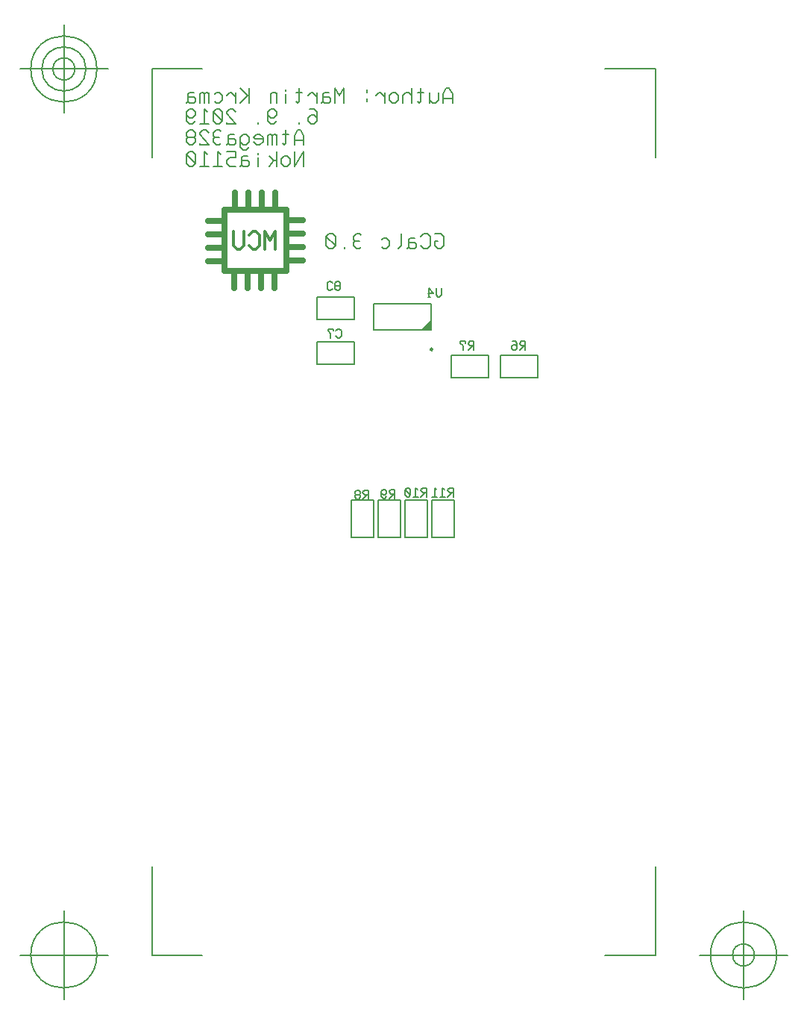
<source format=gbr>
G04 Generated by Ultiboard 14.0 *
%FSLAX34Y34*%
%MOMM*%

%ADD10C,0.0001*%
%ADD11C,0.6500*%
%ADD12C,0.3111*%
%ADD13C,0.2032*%
%ADD14C,0.1778*%
%ADD15C,0.2000*%
%ADD16C,0.2500*%
%ADD17C,0.1270*%


G04 ColorRGB FF14FF for the following layer *
%LNSilkscreen Bottom*%
%LPD*%
G54D10*
G54D11*
X103764Y771559D02*
X103764Y753779D01*
X88524Y771559D02*
X88524Y753779D01*
X119004Y771559D02*
X119004Y753779D01*
X134244Y771559D02*
X134244Y753779D01*
X76200Y784860D02*
X58420Y784860D01*
X77320Y843280D02*
X147320Y843280D01*
X147320Y773280D01*
X77320Y773280D01*
X77320Y843280D01*
X165992Y785059D02*
X148212Y785059D01*
X76200Y800100D02*
X58420Y800100D01*
X165992Y800299D02*
X148212Y800299D01*
X76200Y830580D02*
X58420Y830580D01*
X76200Y815340D02*
X58420Y815340D01*
X165992Y815539D02*
X148212Y815539D01*
X165992Y830779D02*
X148212Y830779D01*
X104708Y861962D02*
X104708Y844182D01*
X89468Y861962D02*
X89468Y844182D01*
X119948Y861962D02*
X119948Y844182D01*
X135188Y861962D02*
X135188Y844182D01*
G54D12*
X135169Y798420D02*
X135169Y818420D01*
X129196Y808420D01*
X123222Y818420D01*
X123222Y798420D01*
X105302Y802420D02*
X109284Y798420D01*
X113267Y798420D01*
X117249Y802420D01*
X117249Y814420D01*
X113267Y818420D01*
X109284Y818420D01*
X105302Y814420D01*
X99329Y818420D02*
X99329Y802420D01*
X95347Y798420D01*
X91364Y798420D01*
X87382Y802420D01*
X87382Y818420D01*
G54D13*
X359823Y683720D02*
X359823Y693720D01*
X355841Y693720D01*
X353850Y691720D01*
X353850Y690720D01*
X355841Y688720D01*
X359823Y688720D01*
X358828Y688720D02*
X353850Y683720D01*
X347877Y683720D02*
X347877Y688720D01*
X344891Y691720D01*
X344891Y693720D01*
X350864Y693720D01*
X350864Y691720D01*
X376767Y678180D02*
X334433Y678180D01*
X334433Y652780D02*
X376767Y652780D01*
X334433Y678180D02*
X334433Y652780D01*
X376767Y652780D02*
X376767Y678180D01*
X418243Y683720D02*
X418243Y693720D01*
X414261Y693720D01*
X412270Y691720D01*
X412270Y690720D01*
X414261Y688720D01*
X418243Y688720D01*
X417248Y688720D02*
X412270Y683720D01*
X404306Y693720D02*
X407293Y693720D01*
X409284Y691720D01*
X409284Y687720D01*
X409284Y685720D01*
X407293Y683720D01*
X405302Y683720D01*
X403311Y685720D01*
X403311Y687720D01*
X405302Y689720D01*
X407293Y689720D01*
X409284Y687720D01*
X432647Y678180D02*
X390313Y678180D01*
X390313Y652780D02*
X432647Y652780D01*
X390313Y678180D02*
X390313Y652780D01*
X432647Y652780D02*
X432647Y678180D01*
X199870Y759540D02*
X197879Y761540D01*
X195888Y761540D01*
X193897Y759540D01*
X193897Y753540D01*
X195888Y751540D01*
X197879Y751540D01*
X199870Y753540D01*
X206838Y761540D02*
X204847Y761540D01*
X202856Y759540D01*
X202856Y757540D01*
X203852Y756540D01*
X202856Y755540D01*
X202856Y753540D01*
X204847Y751540D01*
X206838Y751540D01*
X208829Y753540D01*
X208829Y755540D01*
X207834Y756540D01*
X208829Y757540D01*
X208829Y759540D01*
X206838Y761540D01*
X203852Y756540D02*
X207834Y756540D01*
X182033Y718820D02*
X224367Y718820D01*
X224367Y744220D02*
X182033Y744220D01*
X224367Y718820D02*
X224367Y744220D01*
X182033Y744220D02*
X182033Y718820D01*
X203852Y699660D02*
X205843Y697660D01*
X207834Y697660D01*
X209825Y699660D01*
X209825Y705660D01*
X207834Y707660D01*
X205843Y707660D01*
X203852Y705660D01*
X197879Y697660D02*
X197879Y702660D01*
X194892Y705660D01*
X194892Y707660D01*
X200865Y707660D01*
X200865Y705660D01*
X182033Y668020D02*
X224367Y668020D01*
X224367Y693420D02*
X182033Y693420D01*
X224367Y668020D02*
X224367Y693420D01*
X182033Y693420D02*
X182033Y668020D01*
X240305Y514780D02*
X240305Y524780D01*
X236323Y524780D01*
X234332Y522780D01*
X234332Y521780D01*
X236323Y519780D01*
X240305Y519780D01*
X239309Y519780D02*
X234332Y514780D01*
X227363Y514780D02*
X229354Y514780D01*
X231345Y516780D01*
X231345Y518780D01*
X230350Y519780D01*
X231345Y520780D01*
X231345Y522780D01*
X229354Y524780D01*
X227363Y524780D01*
X225372Y522780D01*
X225372Y520780D01*
X226368Y519780D01*
X225372Y518780D01*
X225372Y516780D01*
X227363Y514780D01*
X230350Y519780D02*
X226368Y519780D01*
X220980Y513927D02*
X220980Y471593D01*
X246380Y471593D02*
X246380Y513927D01*
X220980Y471593D02*
X246380Y471593D01*
X246380Y513927D02*
X220980Y513927D01*
X270204Y515499D02*
X270204Y525499D01*
X266222Y525499D01*
X264231Y523499D01*
X264231Y522499D01*
X266222Y520499D01*
X270204Y520499D01*
X269208Y520499D02*
X264231Y515499D01*
X261245Y517499D02*
X259254Y515499D01*
X257263Y515499D01*
X255272Y517499D01*
X255272Y521499D01*
X255272Y523499D01*
X257263Y525499D01*
X259254Y525499D01*
X261245Y523499D01*
X261245Y521499D01*
X259254Y519499D01*
X257263Y519499D01*
X255272Y521499D01*
X251460Y513927D02*
X251460Y471593D01*
X276860Y471593D02*
X276860Y513927D01*
X251460Y471593D02*
X276860Y471593D01*
X276860Y513927D02*
X251460Y513927D01*
X306345Y517320D02*
X306345Y527320D01*
X302363Y527320D01*
X300372Y525320D01*
X300372Y524320D01*
X302363Y522320D01*
X306345Y522320D01*
X305349Y522320D02*
X300372Y517320D01*
X296390Y525320D02*
X294399Y527320D01*
X294399Y517320D01*
X297385Y517320D02*
X291412Y517320D01*
X288426Y525320D02*
X286435Y527320D01*
X284444Y527320D01*
X282453Y525320D01*
X282453Y519320D01*
X284444Y517320D01*
X286435Y517320D01*
X288426Y519320D01*
X288426Y525320D01*
X282453Y525320D02*
X288426Y519320D01*
X281940Y513927D02*
X281940Y471593D01*
X307340Y471593D02*
X307340Y513927D01*
X281940Y471593D02*
X307340Y471593D01*
X307340Y513927D02*
X281940Y513927D01*
X336825Y517320D02*
X336825Y527320D01*
X332843Y527320D01*
X330852Y525320D01*
X330852Y524320D01*
X332843Y522320D01*
X336825Y522320D01*
X335829Y522320D02*
X330852Y517320D01*
X326870Y525320D02*
X324879Y527320D01*
X324879Y517320D01*
X327865Y517320D02*
X321892Y517320D01*
X317910Y525320D02*
X315919Y527320D01*
X315919Y517320D01*
X318906Y517320D02*
X312933Y517320D01*
X312420Y513927D02*
X312420Y471593D01*
X337820Y471593D02*
X337820Y513927D01*
X312420Y471593D02*
X337820Y471593D01*
X337820Y513927D02*
X312420Y513927D01*
X323544Y754100D02*
X323544Y746100D01*
X321553Y744100D01*
X319562Y744100D01*
X317571Y746100D01*
X317571Y754100D01*
X308611Y748100D02*
X314584Y748100D01*
X309607Y754100D01*
X309607Y744100D01*
X310602Y744100D02*
X308611Y744100D01*
G54D14*
X335973Y964123D02*
X335973Y974409D01*
X332560Y981266D01*
X329147Y981266D01*
X325733Y974409D01*
X325733Y964123D01*
X335973Y969266D02*
X325733Y969266D01*
X320613Y976123D02*
X320613Y967551D01*
X317200Y964123D01*
X313787Y964123D01*
X310373Y967551D01*
X310373Y976123D01*
X310373Y967551D02*
X310373Y964123D01*
X296720Y965837D02*
X298427Y964123D01*
X300133Y965837D01*
X300133Y981266D01*
X303547Y976123D02*
X296720Y976123D01*
X289893Y972694D02*
X286480Y976123D01*
X283067Y976123D01*
X279653Y972694D01*
X279653Y964123D01*
X289893Y981266D02*
X289893Y964123D01*
X274533Y967551D02*
X271120Y964123D01*
X267707Y964123D01*
X264293Y967551D01*
X264293Y972694D01*
X267707Y976123D01*
X271120Y976123D01*
X274533Y972694D01*
X274533Y967551D01*
X259173Y970980D02*
X254053Y976123D01*
X252347Y976123D01*
X248933Y972694D01*
X259173Y964123D02*
X259173Y976123D01*
X238693Y979551D02*
X238693Y976123D01*
X238693Y965837D02*
X238693Y969266D01*
X213093Y964123D02*
X213093Y981266D01*
X207973Y972694D01*
X202853Y981266D01*
X202853Y964123D01*
X196027Y976123D02*
X190907Y976123D01*
X189200Y974409D01*
X189200Y965837D01*
X190907Y964123D01*
X196027Y964123D01*
X197733Y965837D01*
X197733Y969266D01*
X196027Y970980D01*
X189200Y970980D01*
X189200Y965837D02*
X187493Y964123D01*
X182373Y970980D02*
X177253Y976123D01*
X175547Y976123D01*
X172133Y972694D01*
X182373Y964123D02*
X182373Y976123D01*
X158480Y965837D02*
X160187Y964123D01*
X161893Y965837D01*
X161893Y981266D01*
X165307Y976123D02*
X158480Y976123D01*
X146533Y964123D02*
X146533Y974409D01*
X146533Y977837D02*
X146533Y979551D01*
X136293Y964123D02*
X136293Y974409D01*
X136293Y976123D01*
X136293Y974409D02*
X134587Y976123D01*
X131173Y976123D01*
X129467Y974409D01*
X129467Y964123D01*
X105573Y964123D02*
X105573Y981266D01*
X105573Y972694D02*
X103867Y972694D01*
X95333Y981266D01*
X103867Y972694D02*
X95333Y964123D01*
X90213Y970980D02*
X85093Y976123D01*
X83387Y976123D01*
X79973Y972694D01*
X90213Y964123D02*
X90213Y976123D01*
X66320Y965837D02*
X68027Y964123D01*
X71440Y964123D01*
X74853Y967551D01*
X74853Y972694D01*
X71440Y976123D01*
X68027Y976123D01*
X66320Y974409D01*
X59493Y964123D02*
X59493Y974409D01*
X59493Y976123D01*
X59493Y974409D02*
X57787Y976123D01*
X56080Y976123D01*
X54373Y974409D01*
X52667Y976123D01*
X50960Y976123D01*
X49253Y974409D01*
X49253Y964123D01*
X54373Y974409D02*
X54373Y964123D01*
X42427Y976123D02*
X37307Y976123D01*
X35600Y974409D01*
X35600Y965837D01*
X37307Y964123D01*
X42427Y964123D01*
X44133Y965837D01*
X44133Y969266D01*
X42427Y970980D01*
X35600Y970980D01*
X35600Y965837D02*
X33893Y964123D01*
X173840Y957266D02*
X178960Y957266D01*
X182373Y953837D01*
X182373Y946980D01*
X182373Y943551D01*
X178960Y940123D01*
X175547Y940123D01*
X172133Y943551D01*
X172133Y946980D01*
X175547Y950409D01*
X178960Y950409D01*
X182373Y946980D01*
X161893Y940123D02*
X161893Y941837D01*
X136293Y943551D02*
X132880Y940123D01*
X129467Y940123D01*
X126053Y943551D01*
X126053Y950409D01*
X126053Y953837D01*
X129467Y957266D01*
X132880Y957266D01*
X136293Y953837D01*
X136293Y950409D01*
X132880Y946980D01*
X129467Y946980D01*
X126053Y950409D01*
X115813Y940123D02*
X115813Y941837D01*
X90213Y953837D02*
X86800Y957266D01*
X83387Y957266D01*
X79973Y953837D01*
X79973Y952123D01*
X90213Y940123D01*
X79973Y940123D01*
X79973Y941837D01*
X74853Y953837D02*
X71440Y957266D01*
X68027Y957266D01*
X64613Y953837D01*
X64613Y943551D01*
X68027Y940123D01*
X71440Y940123D01*
X74853Y943551D01*
X74853Y953837D01*
X64613Y953837D02*
X74853Y943551D01*
X57787Y953837D02*
X54373Y957266D01*
X54373Y940123D01*
X59493Y940123D02*
X49253Y940123D01*
X44133Y943551D02*
X40720Y940123D01*
X37307Y940123D01*
X33893Y943551D01*
X33893Y950409D01*
X33893Y953837D01*
X37307Y957266D01*
X40720Y957266D01*
X44133Y953837D01*
X44133Y950409D01*
X40720Y946980D01*
X37307Y946980D01*
X33893Y950409D01*
X167013Y916123D02*
X167013Y926409D01*
X163600Y933266D01*
X160187Y933266D01*
X156773Y926409D01*
X156773Y916123D01*
X167013Y921266D02*
X156773Y921266D01*
X143120Y917837D02*
X144827Y916123D01*
X146533Y917837D01*
X146533Y933266D01*
X149947Y928123D02*
X143120Y928123D01*
X136293Y916123D02*
X136293Y926409D01*
X136293Y928123D01*
X136293Y926409D02*
X134587Y928123D01*
X132880Y928123D01*
X131173Y926409D01*
X129467Y928123D01*
X127760Y928123D01*
X126053Y926409D01*
X126053Y916123D01*
X131173Y926409D02*
X131173Y916123D01*
X110693Y919551D02*
X114107Y916123D01*
X117520Y916123D01*
X120933Y919551D01*
X120933Y924694D01*
X117520Y928123D01*
X114107Y928123D01*
X110693Y924694D01*
X112400Y922980D01*
X120933Y922980D01*
X105573Y914409D02*
X102160Y910980D01*
X98747Y910980D01*
X95333Y914409D01*
X95333Y919551D01*
X95333Y924694D01*
X98747Y928123D01*
X102160Y928123D01*
X105573Y924694D01*
X105573Y919551D01*
X102160Y916123D01*
X98747Y916123D01*
X95333Y919551D01*
X88507Y928123D02*
X83387Y928123D01*
X81680Y926409D01*
X81680Y917837D01*
X83387Y916123D01*
X88507Y916123D01*
X90213Y917837D01*
X90213Y921266D01*
X88507Y922980D01*
X81680Y922980D01*
X81680Y917837D02*
X79973Y916123D01*
X73147Y931551D02*
X71440Y933266D01*
X68027Y933266D01*
X64613Y929837D01*
X64613Y926409D01*
X66320Y924694D01*
X64613Y922980D01*
X64613Y919551D01*
X68027Y916123D01*
X71440Y916123D01*
X73147Y917837D01*
X71440Y924694D02*
X66320Y924694D01*
X59493Y929837D02*
X56080Y933266D01*
X52667Y933266D01*
X49253Y929837D01*
X49253Y928123D01*
X59493Y916123D01*
X49253Y916123D01*
X49253Y917837D01*
X37307Y916123D02*
X40720Y916123D01*
X44133Y919551D01*
X44133Y922980D01*
X42427Y924694D01*
X44133Y926409D01*
X44133Y929837D01*
X40720Y933266D01*
X37307Y933266D01*
X33893Y929837D01*
X33893Y926409D01*
X35600Y924694D01*
X33893Y922980D01*
X33893Y919551D01*
X37307Y916123D01*
X42427Y924694D02*
X35600Y924694D01*
X167013Y892123D02*
X167013Y909266D01*
X156773Y892123D01*
X156773Y909266D01*
X151653Y895551D02*
X148240Y892123D01*
X144827Y892123D01*
X141413Y895551D01*
X141413Y900694D01*
X144827Y904123D01*
X148240Y904123D01*
X151653Y900694D01*
X151653Y895551D01*
X136293Y898980D02*
X132880Y898980D01*
X127760Y904123D01*
X132880Y898980D02*
X127760Y892123D01*
X136293Y892123D02*
X136293Y909266D01*
X115813Y892123D02*
X115813Y902409D01*
X115813Y905837D02*
X115813Y907551D01*
X103867Y904123D02*
X98747Y904123D01*
X97040Y902409D01*
X97040Y893837D01*
X98747Y892123D01*
X103867Y892123D01*
X105573Y893837D01*
X105573Y897266D01*
X103867Y898980D01*
X97040Y898980D01*
X97040Y893837D02*
X95333Y892123D01*
X79973Y909266D02*
X90213Y909266D01*
X90213Y902409D01*
X83387Y902409D01*
X79973Y898980D01*
X79973Y895551D01*
X83387Y892123D01*
X90213Y892123D01*
X73147Y905837D02*
X69733Y909266D01*
X69733Y892123D01*
X74853Y892123D02*
X64613Y892123D01*
X57787Y905837D02*
X54373Y909266D01*
X54373Y892123D01*
X59493Y892123D02*
X49253Y892123D01*
X44133Y905837D02*
X40720Y909266D01*
X37307Y909266D01*
X33893Y905837D01*
X33893Y895551D01*
X37307Y892123D01*
X40720Y892123D01*
X44133Y895551D01*
X44133Y905837D01*
X33893Y905837D02*
X44133Y895551D01*
X319127Y807594D02*
X315713Y807594D01*
X315713Y802451D01*
X319127Y799023D01*
X322540Y799023D01*
X325953Y802451D01*
X325953Y812737D01*
X322540Y816166D01*
X315713Y816166D01*
X300353Y802451D02*
X303767Y799023D01*
X307180Y799023D01*
X310593Y802451D01*
X310593Y812737D01*
X307180Y816166D01*
X303767Y816166D01*
X300353Y812737D01*
X293527Y811023D02*
X288407Y811023D01*
X286700Y809309D01*
X286700Y800737D01*
X288407Y799023D01*
X293527Y799023D01*
X295233Y800737D01*
X295233Y804166D01*
X293527Y805880D01*
X286700Y805880D01*
X286700Y800737D02*
X284993Y799023D01*
X278167Y816166D02*
X278167Y802451D01*
X274753Y799023D01*
X255980Y800737D02*
X257687Y799023D01*
X261100Y799023D01*
X264513Y802451D01*
X264513Y807594D01*
X261100Y811023D01*
X257687Y811023D01*
X255980Y809309D01*
X232087Y814451D02*
X230380Y816166D01*
X226967Y816166D01*
X223553Y812737D01*
X223553Y809309D01*
X225260Y807594D01*
X223553Y805880D01*
X223553Y802451D01*
X226967Y799023D01*
X230380Y799023D01*
X232087Y800737D01*
X230380Y807594D02*
X225260Y807594D01*
X213313Y799023D02*
X213313Y800737D01*
X203073Y812737D02*
X199660Y816166D01*
X196247Y816166D01*
X192833Y812737D01*
X192833Y802451D01*
X196247Y799023D01*
X199660Y799023D01*
X203073Y802451D01*
X203073Y812737D01*
X192833Y812737D02*
X203073Y802451D01*
G54D15*
X246900Y706360D02*
X246900Y736360D01*
X311900Y736360D02*
X311900Y706360D01*
X246900Y706360D01*
X311900Y708360D02*
X309900Y706360D01*
X311900Y710360D02*
X307900Y706360D01*
X311900Y712360D02*
X305900Y706360D01*
X311900Y714360D02*
X303900Y706360D01*
X311900Y716360D02*
X301900Y706360D01*
X246900Y736360D02*
X311900Y736360D01*
G54D16*
X311150Y684360D02*
G75*
D01*
G02X311150Y684360I1250J0*
G01*
G54D17*
X-5080Y-2540D02*
X-5080Y97968D01*
X-5080Y-2540D02*
X52078Y-2540D01*
X566500Y-2540D02*
X509342Y-2540D01*
X566500Y-2540D02*
X566500Y97968D01*
X566500Y1002540D02*
X566500Y902032D01*
X566500Y1002540D02*
X509342Y1002540D01*
X-5080Y1002540D02*
X52078Y1002540D01*
X-5080Y1002540D02*
X-5080Y902032D01*
X-55080Y-2540D02*
X-155080Y-2540D01*
X-105080Y-52540D02*
X-105080Y47460D01*
X-142580Y-2540D02*
G75*
D01*
G02X-142580Y-2540I37500J0*
G01*
X616500Y-2540D02*
X716500Y-2540D01*
X666500Y-52540D02*
X666500Y47460D01*
X629000Y-2540D02*
G75*
D01*
G02X629000Y-2540I37500J0*
G01*
X654000Y-2540D02*
G75*
D01*
G02X654000Y-2540I12500J0*
G01*
X-55080Y1002540D02*
X-155080Y1002540D01*
X-105080Y952540D02*
X-105080Y1052540D01*
X-142580Y1002540D02*
G75*
D01*
G02X-142580Y1002540I37500J0*
G01*
X-130080Y1002540D02*
G75*
D01*
G02X-130080Y1002540I25000J0*
G01*
X-117580Y1002540D02*
G75*
D01*
G02X-117580Y1002540I12500J0*
G01*

M02*

</source>
